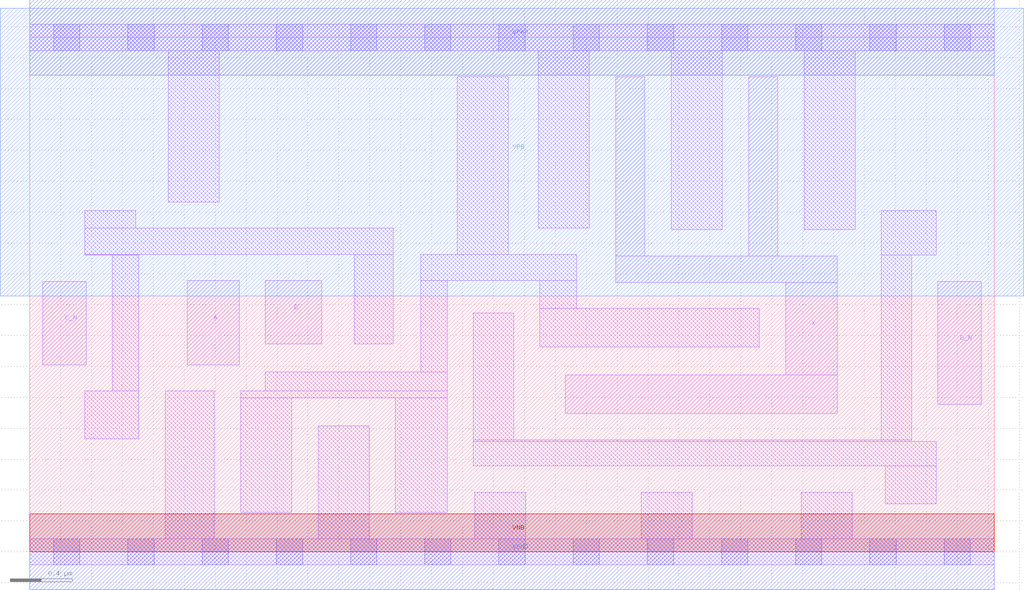
<source format=lef>
# Copyright 2020 The SkyWater PDK Authors
#
# Licensed under the Apache License, Version 2.0 (the "License");
# you may not use this file except in compliance with the License.
# You may obtain a copy of the License at
#
#     https://www.apache.org/licenses/LICENSE-2.0
#
# Unless required by applicable law or agreed to in writing, software
# distributed under the License is distributed on an "AS IS" BASIS,
# WITHOUT WARRANTIES OR CONDITIONS OF ANY KIND, either express or implied.
# See the License for the specific language governing permissions and
# limitations under the License.
#
# SPDX-License-Identifier: Apache-2.0

VERSION 5.7 ;
  NOWIREEXTENSIONATPIN ON ;
  DIVIDERCHAR "/" ;
  BUSBITCHARS "[]" ;
MACRO sky130_fd_sc_lp__or4bb_4
  CLASS CORE ;
  FOREIGN sky130_fd_sc_lp__or4bb_4 ;
  ORIGIN  0.000000  0.000000 ;
  SIZE  6.240000 BY  3.330000 ;
  SYMMETRY X Y R90 ;
  SITE unit ;
  PIN A
    ANTENNAGATEAREA  0.315000 ;
    DIRECTION INPUT ;
    USE SIGNAL ;
    PORT
      LAYER li1 ;
        RECT 1.020000 1.210000 1.355000 1.755000 ;
    END
  END A
  PIN B
    ANTENNAGATEAREA  0.315000 ;
    DIRECTION INPUT ;
    USE SIGNAL ;
    PORT
      LAYER li1 ;
        RECT 1.525000 1.345000 1.890000 1.755000 ;
    END
  END B
  PIN C_N
    ANTENNAGATEAREA  0.126000 ;
    DIRECTION INPUT ;
    USE SIGNAL ;
    PORT
      LAYER li1 ;
        RECT 0.085000 1.210000 0.365000 1.750000 ;
    END
  END C_N
  PIN D_N
    ANTENNAGATEAREA  0.126000 ;
    DIRECTION INPUT ;
    USE SIGNAL ;
    PORT
      LAYER li1 ;
        RECT 5.875000 0.955000 6.155000 1.750000 ;
    END
  END D_N
  PIN X
    ANTENNADIFFAREA  1.176000 ;
    DIRECTION OUTPUT ;
    USE SIGNAL ;
    PORT
      LAYER li1 ;
        RECT 3.465000 0.895000 5.225000 1.145000 ;
        RECT 3.790000 1.745000 5.225000 1.915000 ;
        RECT 3.790000 1.915000 3.980000 3.075000 ;
        RECT 4.650000 1.915000 4.840000 3.075000 ;
        RECT 4.890000 1.145000 5.225000 1.745000 ;
    END
  END X
  PIN VGND
    DIRECTION INOUT ;
    USE GROUND ;
    PORT
      LAYER met1 ;
        RECT 0.000000 -0.245000 6.240000 0.245000 ;
    END
  END VGND
  PIN VNB
    DIRECTION INOUT ;
    USE GROUND ;
    PORT
      LAYER pwell ;
        RECT 0.000000 0.000000 6.240000 0.245000 ;
    END
  END VNB
  PIN VPB
    DIRECTION INOUT ;
    USE POWER ;
    PORT
      LAYER nwell ;
        RECT -0.190000 1.655000 6.430000 3.520000 ;
    END
  END VPB
  PIN VPWR
    DIRECTION INOUT ;
    USE POWER ;
    PORT
      LAYER met1 ;
        RECT 0.000000 3.085000 6.240000 3.575000 ;
    END
  END VPWR
  OBS
    LAYER li1 ;
      RECT 0.000000 -0.085000 6.240000 0.085000 ;
      RECT 0.000000  3.245000 6.240000 3.415000 ;
      RECT 0.355000  0.730000 0.705000 1.040000 ;
      RECT 0.355000  1.920000 0.705000 1.925000 ;
      RECT 0.355000  1.925000 2.350000 2.095000 ;
      RECT 0.355000  2.095000 0.685000 2.210000 ;
      RECT 0.535000  1.040000 0.705000 1.920000 ;
      RECT 0.875000  0.085000 1.195000 1.040000 ;
      RECT 0.895000  2.265000 1.225000 3.245000 ;
      RECT 1.365000  0.255000 1.695000 0.995000 ;
      RECT 1.365000  0.995000 2.700000 1.040000 ;
      RECT 1.525000  1.040000 2.700000 1.165000 ;
      RECT 1.865000  0.085000 2.195000 0.815000 ;
      RECT 2.100000  1.345000 2.350000 1.925000 ;
      RECT 2.365000  0.255000 2.700000 0.995000 ;
      RECT 2.530000  1.165000 2.700000 1.755000 ;
      RECT 2.530000  1.755000 3.540000 1.925000 ;
      RECT 2.765000  1.925000 3.095000 3.075000 ;
      RECT 2.870000  0.555000 5.865000 0.715000 ;
      RECT 2.870000  0.715000 5.705000 0.725000 ;
      RECT 2.870000  0.725000 3.130000 1.545000 ;
      RECT 2.880000  0.085000 3.210000 0.385000 ;
      RECT 3.290000  2.095000 3.620000 3.245000 ;
      RECT 3.300000  1.325000 4.720000 1.575000 ;
      RECT 3.300000  1.575000 3.540000 1.755000 ;
      RECT 3.955000  0.085000 4.285000 0.385000 ;
      RECT 4.150000  2.085000 4.480000 3.245000 ;
      RECT 4.990000  0.085000 5.320000 0.385000 ;
      RECT 5.010000  2.085000 5.340000 3.245000 ;
      RECT 5.510000  0.725000 5.705000 1.920000 ;
      RECT 5.510000  1.920000 5.865000 2.210000 ;
      RECT 5.535000  0.310000 5.865000 0.555000 ;
    LAYER mcon ;
      RECT 0.155000 -0.085000 0.325000 0.085000 ;
      RECT 0.155000  3.245000 0.325000 3.415000 ;
      RECT 0.635000 -0.085000 0.805000 0.085000 ;
      RECT 0.635000  3.245000 0.805000 3.415000 ;
      RECT 1.115000 -0.085000 1.285000 0.085000 ;
      RECT 1.115000  3.245000 1.285000 3.415000 ;
      RECT 1.595000 -0.085000 1.765000 0.085000 ;
      RECT 1.595000  3.245000 1.765000 3.415000 ;
      RECT 2.075000 -0.085000 2.245000 0.085000 ;
      RECT 2.075000  3.245000 2.245000 3.415000 ;
      RECT 2.555000 -0.085000 2.725000 0.085000 ;
      RECT 2.555000  3.245000 2.725000 3.415000 ;
      RECT 3.035000 -0.085000 3.205000 0.085000 ;
      RECT 3.035000  3.245000 3.205000 3.415000 ;
      RECT 3.515000 -0.085000 3.685000 0.085000 ;
      RECT 3.515000  3.245000 3.685000 3.415000 ;
      RECT 3.995000 -0.085000 4.165000 0.085000 ;
      RECT 3.995000  3.245000 4.165000 3.415000 ;
      RECT 4.475000 -0.085000 4.645000 0.085000 ;
      RECT 4.475000  3.245000 4.645000 3.415000 ;
      RECT 4.955000 -0.085000 5.125000 0.085000 ;
      RECT 4.955000  3.245000 5.125000 3.415000 ;
      RECT 5.435000 -0.085000 5.605000 0.085000 ;
      RECT 5.435000  3.245000 5.605000 3.415000 ;
      RECT 5.915000 -0.085000 6.085000 0.085000 ;
      RECT 5.915000  3.245000 6.085000 3.415000 ;
  END
END sky130_fd_sc_lp__or4bb_4
END LIBRARY

</source>
